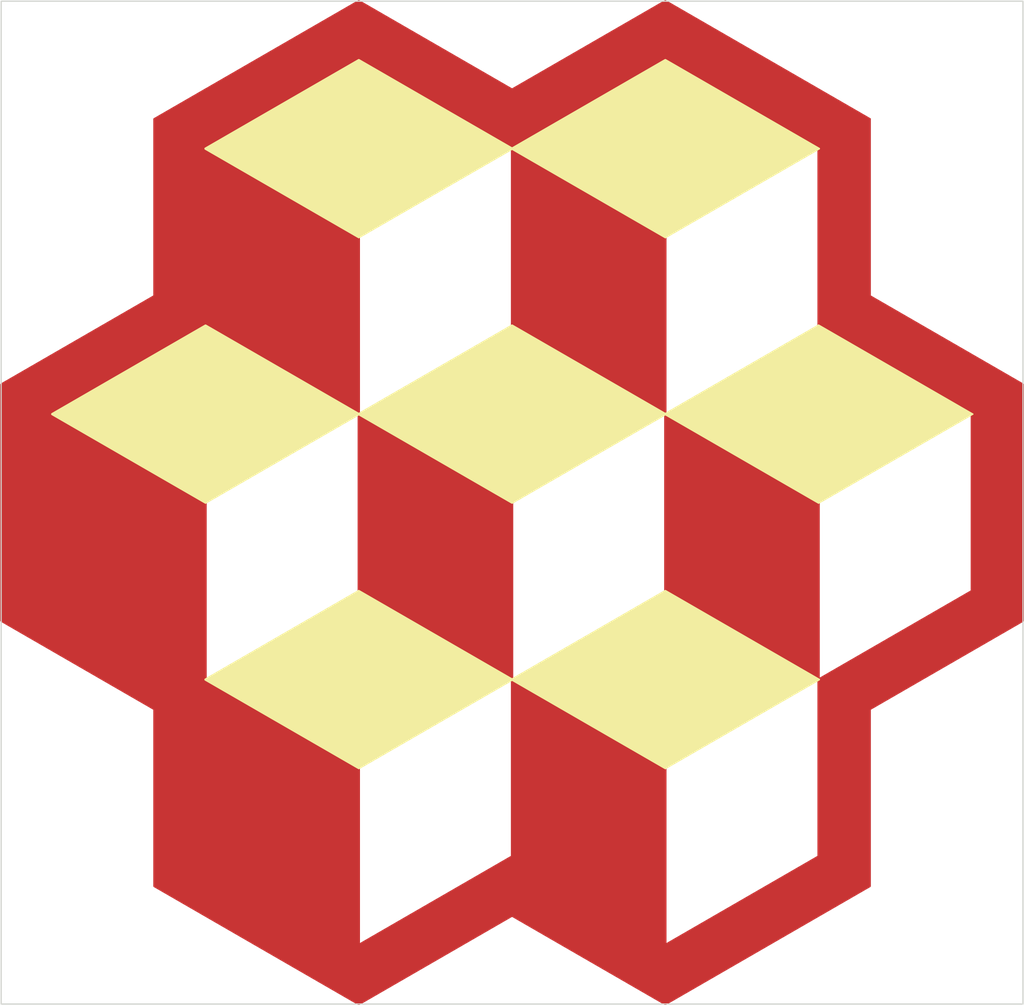
<source format=kicad_pcb>
(kicad_pcb (version 20211014) (generator pcbnew)

  (general
    (thickness 1.6)
  )

  (paper "A4")
  (layers
    (0 "F.Cu" signal)
    (31 "B.Cu" signal)
    (32 "B.Adhes" user "B.Adhesive")
    (33 "F.Adhes" user "F.Adhesive")
    (34 "B.Paste" user)
    (35 "F.Paste" user)
    (36 "B.SilkS" user "B.Silkscreen")
    (37 "F.SilkS" user "F.Silkscreen")
    (38 "B.Mask" user)
    (39 "F.Mask" user)
    (40 "Dwgs.User" user "User.Drawings")
    (41 "Cmts.User" user "User.Comments")
    (42 "Eco1.User" user "User.Eco1")
    (43 "Eco2.User" user "User.Eco2")
    (44 "Edge.Cuts" user)
    (45 "Margin" user)
    (46 "B.CrtYd" user "B.Courtyard")
    (47 "F.CrtYd" user "F.Courtyard")
    (48 "B.Fab" user)
    (49 "F.Fab" user)
    (50 "User.1" user)
    (51 "User.2" user)
    (52 "User.3" user)
    (53 "User.4" user)
    (54 "User.5" user)
    (55 "User.6" user)
    (56 "User.7" user)
    (57 "User.8" user)
    (58 "User.9" user)
  )

  (setup
    (stackup
      (layer "F.SilkS" (type "Top Silk Screen"))
      (layer "F.Paste" (type "Top Solder Paste"))
      (layer "F.Mask" (type "Top Solder Mask") (thickness 0.01))
      (layer "F.Cu" (type "copper") (thickness 0.035))
      (layer "dielectric 1" (type "core") (thickness 1.51) (material "FR4") (epsilon_r 4.5) (loss_tangent 0.02))
      (layer "B.Cu" (type "copper") (thickness 0.035))
      (layer "B.Mask" (type "Bottom Solder Mask") (thickness 0.01))
      (layer "B.Paste" (type "Bottom Solder Paste"))
      (layer "B.SilkS" (type "Bottom Silk Screen"))
      (copper_finish "None")
      (dielectric_constraints no)
    )
    (pad_to_mask_clearance 0)
    (pcbplotparams
      (layerselection 0x00010fc_ffffffff)
      (disableapertmacros false)
      (usegerberextensions true)
      (usegerberattributes false)
      (usegerberadvancedattributes true)
      (creategerberjobfile true)
      (svguseinch false)
      (svgprecision 6)
      (excludeedgelayer true)
      (plotframeref false)
      (viasonmask false)
      (mode 1)
      (useauxorigin false)
      (hpglpennumber 1)
      (hpglpenspeed 20)
      (hpglpendiameter 15.000000)
      (dxfpolygonmode true)
      (dxfimperialunits true)
      (dxfusepcbnewfont true)
      (psnegative false)
      (psa4output false)
      (plotreference true)
      (plotvalue true)
      (plotinvisibletext false)
      (sketchpadsonfab false)
      (subtractmaskfromsilk true)
      (outputformat 1)
      (mirror false)
      (drillshape 0)
      (scaleselection 1)
      (outputdirectory "./gerber")
    )
  )

  (net 0 "")

  (gr_poly
    (pts
      (xy 133.640387 143.15)
      (xy 133.640387 158.15)
      (xy 120.64997 150.65)
      (xy 120.64997 135.65)
    ) (layer "F.Cu") (width 0.2) (fill solid) (tstamp 1c4c7a8e-d9eb-44bb-bf4c-2c0728fbbe28))
  (gr_poly
    (pts
      (xy 146.630743 120.649985)
      (xy 146.630743 135.65)
      (xy 133.640387 128.15)
      (xy 133.640387 113.149985)
    ) (layer "F.Cu") (width 0.2) (fill solid) (tstamp 2460d235-2c76-4e55-b43b-69ba996c31c9))
  (gr_poly
    (pts
      (xy 107.659613 143.15)
      (xy 107.659613 158.15)
      (xy 94.669226 150.65)
      (xy 94.669226 135.65)
    ) (layer "F.Cu") (width 0.2) (fill solid) (tstamp aad6a9d4-803c-48a9-8c48-ac14196e300b))
  (gr_poly
    (pts
      (xy 94.669226 120.649985)
      (xy 94.669226 135.65)
      (xy 81.678839 128.15)
      (xy 81.678839 113.149985)
    ) (layer "F.Cu") (width 0.2) (fill solid) (tstamp b5bf5be9-a2c1-4880-88ff-1b4774350ba6))
  (gr_poly
    (pts
      (xy 150.960852 88.150609)
      (xy 150.960852 103.150731)
      (xy 163.951269 110.650533)
      (xy 163.951269 130.650334)
      (xy 150.960852 138.150655)
      (xy 150.960852 153.150777)
      (xy 133.640448 163.150685)
      (xy 120.65003 155.650365)
      (xy 107.659613 163.150685)
      (xy 90.339209 153.150777)
      (xy 90.339209 138.150655)
      (xy 77.348791 130.65035)
      (xy 77.348791 128.150731)
      (xy 81.678777 128.150731)
      (xy 94.669195 135.650548)
      (xy 94.669195 150.650685)
      (xy 107.659613 158.150472)
      (xy 120.65003 150.650685)
      (xy 133.640448 158.150472)
      (xy 146.630865 150.650685)
      (xy 146.630865 135.650563)
      (xy 159.621282 128.150747)
      (xy 159.621282 113.15064)
      (xy 146.630865 105.650319)
      (xy 146.630865 90.650716)
      (xy 133.640448 83.150396)
      (xy 120.65003 90.650716)
      (xy 107.659613 83.150396)
      (xy 94.669195 90.650701)
      (xy 94.669195 105.650304)
      (xy 81.678777 113.150625)
      (xy 81.678777 128.150731)
      (xy 77.348791 128.150731)
      (xy 77.348791 110.650533)
      (xy 90.339209 103.150731)
      (xy 90.339209 88.150609)
      (xy 107.659613 78.150708)
      (xy 120.65003 85.65051)
      (xy 133.640448 78.150708)
    ) (layer "F.Cu") (width 0.2) (fill solid) (tstamp bcb7d24d-8ecc-4ccc-a7a1-44980a129611))
  (gr_poly
    (pts
      (xy 120.64997 120.649985)
      (xy 120.64997 135.65)
      (xy 107.659613 128.15)
      (xy 107.659613 113.149985)
    ) (layer "F.Cu") (width 0.2) (fill solid) (tstamp d961c26d-eca8-409d-86f2-dffc4abe8e72))
  (gr_poly
    (pts
      (xy 107.659613 98.149985)
      (xy 107.659613 113.149985)
      (xy 94.669226 105.649984)
      (xy 94.669226 90.649985)
    ) (layer "F.Cu") (width 0.2) (fill solid) (tstamp e0d8857f-7d08-453a-91e6-85bf9045eee8))
  (gr_poly
    (pts
      (xy 133.640387 98.149985)
      (xy 133.640387 113.149985)
      (xy 120.64997 105.649984)
      (xy 120.64997 90.649985)
    ) (layer "F.Cu") (width 0.2) (fill solid) (tstamp f59f8cd3-3172-460f-8d2a-93158a934337))
  (gr_line (start 90.33921 88.150472) (end 90.33921 88.150472) (layer "F.SilkS") (width 0.000701) (tstamp 070e24ea-220a-48fe-8203-862b162aeeda))
  (gr_line (start 150.961005 153.150472) (end 150.961005 153.150472) (layer "F.SilkS") (width 0.000701) (tstamp 27273788-3d5d-4ce4-bcdb-9a17d84c49d1))
  (gr_poly
    (pts
      (xy 133.640387 113.15)
      (xy 120.65 120.65)
      (xy 107.659613 113.15)
      (xy 120.65 105.65)
    ) (layer "F.SilkS") (width 0.2) (fill solid) (tstamp 328beb90-f791-4a9b-9895-c45ba1d55668))
  (gr_line (start 133.640479 78.150472) (end 133.640479 78.150472) (layer "F.SilkS") (width 0.000701) (tstamp 40433840-7921-4e37-8321-0809263f8f14))
  (gr_line (start 150.961005 138.150472) (end 150.961005 138.150472) (layer "F.SilkS") (width 0.000701) (tstamp 42802caa-57e0-4058-820e-933cf0c1e154))
  (gr_line (start 150.961005 103.150472) (end 150.961005 103.150472) (layer "F.SilkS") (width 0.000701) (tstamp 5808b911-b57a-4bf2-9d8b-31ecffd64d99))
  (gr_poly
    (pts
      (xy 107.659613 113.15)
      (xy 94.669226 120.65)
      (xy 81.67887 113.15)
      (xy 94.669226 105.65)
    ) (layer "F.SilkS") (width 0.2) (fill solid) (tstamp 5f1df1c3-0678-4696-ab8c-9b9563e89f8b))
  (gr_line (start 107.659705 78.150472) (end 107.659705 78.150472) (layer "F.SilkS") (width 0.000701) (tstamp 5f9ba868-781d-4ec6-b418-4727c7f00255))
  (gr_poly
    (pts
      (xy 120.65 135.65)
      (xy 107.659643 143.15)
      (xy 94.669226 135.65)
      (xy 107.659643 128.15)
    ) (layer "F.SilkS") (width 0.2) (fill solid) (tstamp 6bd22f4a-12d0-41c6-bc4f-374fd2ce9336))
  (gr_line (start 133.64051 163.150472) (end 133.64051 163.150472) (layer "F.SilkS") (width 0.000701) (tstamp 737b681c-41e3-41de-b441-86dac0966e1f))
  (gr_poly
    (pts
      (xy 146.630774 135.65)
      (xy 133.640387 143.15)
      (xy 120.65 135.65)
      (xy 133.640387 128.15)
    ) (layer "F.SilkS") (width 0.2) (fill solid) (tstamp 82818090-e168-4d5b-8ee8-8d38e1c0e5bf))
  (gr_line (start 120.650123 155.650472) (end 120.650123 155.650472) (layer "F.SilkS") (width 0.000701) (tstamp 8862e589-691d-473e-9784-4fe4aa8ba39c))
  (gr_poly
    (pts
      (xy 120.65 90.65)
      (xy 107.659643 98.15)
      (xy 94.669226 90.65)
      (xy 107.659643 83.15)
    ) (layer "F.SilkS") (width 0.2) (fill solid) (tstamp 903306bc-20ed-4c9b-abad-11a39be1d18d))
  (gr_line (start 107.659736 163.150472) (end 107.659736 163.150472) (layer "F.SilkS") (width 0.000701) (tstamp 97d15d72-5d42-4474-b0c4-ec621a7686ca))
  (gr_line (start 90.33924 153.150472) (end 90.33924 153.150472) (layer "F.SilkS") (width 0.000701) (tstamp 9f4c0f7d-8a22-4fdd-bb07-4dd96cff2993))
  (gr_poly
    (pts
      (xy 146.630774 90.65)
      (xy 133.640387 98.15)
      (xy 120.65 90.65)
      (xy 133.640387 83.15)
    ) (layer "F.SilkS") (width 0.2) (fill solid) (tstamp ad690353-077b-45e0-a390-bb9ea564bdfb))
  (gr_line (start 77.348853 130.650472) (end 77.348853 130.650472) (layer "F.SilkS") (width 0.000701) (tstamp af239b63-8ad7-40ce-86c9-feeb2a75ad9c))
  (gr_line (start 163.951392 110.650472) (end 163.951392 110.650472) (layer "F.SilkS") (width 0.000701) (tstamp bffe56e5-50cd-4299-8cf7-c39cfa585a76))
  (gr_line (start 120.650092 85.650472) (end 120.650092 85.650472) (layer "F.SilkS") (width 0.000701) (tstamp d6a62ab9-6965-42cd-837a-aed78739a61b))
  (gr_line (start 90.33924 138.150472) (end 90.33924 138.150472) (layer "F.SilkS") (width 0.000701) (tstamp e1279c23-f6df-4099-9797-d601d9dfd4b3))
  (gr_line (start 150.961005 88.150472) (end 150.961005 88.150472) (layer "F.SilkS") (width 0.000701) (tstamp e308210f-19b3-4287-8473-e2a2c33e5261))
  (gr_line (start 163.951392 130.650472) (end 163.951392 130.650472) (layer "F.SilkS") (width 0.000701) (tstamp e5d563d9-9a64-44a2-84e9-c914114c4939))
  (gr_poly
    (pts
      (xy 159.62113 113.15)
      (xy 146.630774 120.65)
      (xy 133.640387 113.15)
      (xy 146.630774 105.65)
    ) (layer "F.SilkS") (width 0.2) (fill solid) (tstamp eb78081f-5d78-45fe-bfbc-67993ca2b12b))
  (gr_line (start 77.348853 110.650472) (end 77.348853 110.650472) (layer "F.SilkS") (width 0.000701) (tstamp ee85a75f-f69d-4ceb-a8c7-2f1d305a59a8))
  (gr_poly
    (pts
      (xy 146.630743 120.649985)
      (xy 146.630743 135.65)
      (xy 133.640387 128.15)
      (xy 133.640387 113.149985)
    ) (layer "F.Mask") (width 0.2) (fill solid) (tstamp 0fca86ae-7a4e-4efc-aa91-b824d2d57003))
  (gr_poly
    (pts
      (xy 133.640387 143.15)
      (xy 133.640387 158.15)
      (xy 120.64997 150.65)
      (xy 120.64997 135.65)
    ) (layer "F.Mask") (width 0.2) (fill solid) (tstamp 16cd1b82-6ed9-4081-96a9-affbee1919ee))
  (gr_poly
    (pts
      (xy 107.659613 98.149985)
      (xy 107.659613 113.149985)
      (xy 94.669226 105.649984)
      (xy 94.669226 90.649985)
    ) (layer "F.Mask") (width 0.2) (fill solid) (tstamp 20484018-8900-4d09-8b97-272a7490aee9))
  (gr_poly
    (pts
      (xy 107.659613 128.15)
      (xy 94.669257 135.65)
      (xy 94.669257 120.65)
      (xy 107.659613 113.15)
    ) (layer "F.Mask") (width 0.2) (fill solid) (tstamp 2149c7a5-b4b6-4a47-aeeb-e3fdb854477d))
  (gr_poly
    (pts
      (xy 120.65 105.649999)
      (xy 107.659613 113.15)
      (xy 107.659613 98.15)
      (xy 120.65 90.65)
    ) (layer "F.Mask") (width 0.2) (fill solid) (tstamp 3679b70a-c0f9-4a87-bcf1-31dad64a34cc))
  (gr_poly
    (pts
      (xy 159.621161 128.15)
      (xy 146.630774 135.65)
      (xy 146.630774 120.65)
      (xy 159.621161 113.15)
    ) (layer "F.Mask") (width 0.2) (fill solid) (tstamp 51a7453e-5942-4114-b93c-24fffffcf2da))
  (gr_poly
    (pts
      (xy 94.669226 120.649985)
      (xy 94.669226 135.65)
      (xy 81.678839 128.15)
      (xy 81.678839 113.149985)
    ) (layer "F.Mask") (width 0.2) (fill solid) (tstamp 624b9aa4-fcfc-4b13-9e9a-c52ec7aacc08))
  (gr_poly
    (pts
      (xy 107.659613 143.15)
      (xy 107.659613 158.15)
      (xy 94.669226 150.65)
      (xy 94.669226 135.65)
    ) (layer "F.Mask") (width 0.2) (fill solid) (tstamp 727aa848-4ab7-405e-a426-c0f0c1818f59))
  (gr_poly
    (pts
      (xy 133.640387 128.15)
      (xy 120.65 135.65)
      (xy 120.65 120.65)
      (xy 133.640387 113.15)
    ) (layer "F.Mask") (width 0.2) (fill solid) (tstamp 88c6edea-6253-49d0-b86f-66c43980d0b9))
  (gr_poly
    (pts
      (xy 146.630774 105.649999)
      (xy 133.640387 113.15)
      (xy 133.640387 98.15)
      (xy 146.630774 90.65)
    ) (layer "F.Mask") (width 0.2) (fill solid) (tstamp 9d515012-a630-43b4-a2d2-6b6501148d8a))
  (gr_poly
    (pts
      (xy 146.630774 150.650015)
      (xy 133.640387 158.150015)
      (xy 133.640387 143.150015)
      (xy 146.630774 135.65)
    ) (layer "F.Mask") (width 0.2) (fill solid) (tstamp ab42073c-22ba-4c65-8b20-f0ee5043fa6d))
  (gr_poly
    (pts
      (xy 120.64997 120.649985)
      (xy 120.64997 135.65)
      (xy 107.659613 128.15)
      (xy 107.659613 113.149985)
    ) (layer "F.Mask") (width 0.2) (fill solid) (tstamp afabd55d-fcf5-4532-b986-e54375f86877))
  (gr_poly
    (pts
      (xy 133.640387 98.149985)
      (xy 133.640387 113.149985)
      (xy 120.64997 105.649984)
      (xy 120.64997 90.649985)
    ) (layer "F.Mask") (width 0.2) (fill solid) (tstamp d045a5c7-8955-4f68-8408-165e0e1f6413))
  (gr_poly
    (pts
      (xy 120.65 150.650015)
      (xy 107.659613 158.150015)
      (xy 107.659613 143.150015)
      (xy 120.65 135.65)
    ) (layer "F.Mask") (width 0.2) (fill solid) (tstamp ebef7746-6a9f-4967-8a20-44b7121089e9))
  (gr_line (start 90.33924 153.150472) (end 90.33924 138.150472) (layer "Edge.Cuts") (width 0.000701) (tstamp 06d109a1-0298-46d6-b35d-abfc222b4cb1))
  (gr_line (start 107.659736 163.150472) (end 90.33924 153.150472) (layer "Edge.Cuts") (width 0.000701) (tstamp 2915f6f9-4efd-45d8-a840-6d7f61cb7f5c))
  (gr_line (start 133.64051 163.150472) (end 120.650123 155.650472) (layer "Edge.Cuts") (width 0.000701) (tstamp 2a1f1ebb-4567-463b-aaf1-68f46c547a3a))
  (gr_line (start 163.951392 130.650472) (end 150.961005 138.150472) (layer "Edge.Cuts") (width 0.000701) (tstamp 3210c228-bdae-4704-8b85-ebe3a04fdfba))
  (gr_line (start 77.348853 110.650472) (end 90.33921 103.150472) (layer "Edge.Cuts") (width 0.000701) (tstamp 35b2852c-0726-4cbc-adf5-904912bec314))
  (gr_line (start 90.33921 103.150472) (end 90.33921 88.150472) (layer "Edge.Cuts") (width 0.000701) (tstamp 4075e761-f300-4c80-978c-b9ada572446e))
  (gr_line (start 120.650092 85.650472) (end 133.640479 78.150472) (layer "Edge.Cuts") (width 0.000701) (tstamp 4d4578b3-5dc0-4553-827a-dd10be70ab88))
  (gr_line (start 150.961005 153.150472) (end 133.64051 163.150472) (layer "Edge.Cuts") (width 0.000701) (tstamp 55427616-cee9-45e7-85a2-a28119a667b4))
  (gr_line (start 163.951392 110.650472) (end 163.951392 130.650472) (layer "Edge.Cuts") (width 0.000701) (tstamp 56cfeb5a-8546-4054-95a5-b76f47457ada))
  (gr_line (start 90.33924 138.150472) (end 77.348853 130.650472) (layer "Edge.Cuts") (width 0.000701) (tstamp 5a7ea0a4-e4a2-42c3-b540-b231f5c07789))
  (gr_rect (start 77.348853 78.150472) (end 163.951392 163.150472) (layer "Edge.Cuts") (width 0.1) (fill none) (tstamp 8157d0c3-4115-4fef-882d-18ff9f3b1e49))
  (gr_line (start 120.650123 155.650472) (end 107.659736 163.150472) (layer "Edge.Cuts") (width 0.000701) (tstamp 948896df-763d-439e-aaa8-8b908b332d2a))
  (gr_line (start 90.33921 88.150472) (end 107.659705 78.150472) (layer "Edge.Cuts") (width 0.000701) (tstamp a88db7e8-8fe1-4231-b468-63a089a1de6c))
  (gr_line (start 107.659705 78.150472) (end 120.650092 85.650472) (layer "Edge.Cuts") (width 0.000701) (tstamp b7a58df0-6305-4685-8c83-b2b9be9b91f9))
  (gr_line (start 150.961005 138.150472) (end 150.961005 153.150472) (layer "Edge.Cuts") (width 0.000701) (tstamp ba3387cc-32bd-4296-9a5c-55bc09ca0154))
  (gr_line (start 150.961005 88.150472) (end 150.961005 103.150472) (layer "Edge.Cuts") (width 0.000701) (tstamp be2864c0-8159-4fff-8c37-51bb8499727c))
  (gr_line (start 133.640479 78.150472) (end 150.961005 88.150472) (layer "Edge.Cuts") (width 0.000701) (tstamp c2f26a15-4e55-487c-af87-4ecdfa2bf2bf))
  (gr_line (start 77.348853 130.650472) (end 77.348853 110.650472) (layer "Edge.Cuts") (width 0.000701) (tstamp d8329149-7964-488d-8817-f9c407aece81))
  (gr_line (start 150.961005 103.150472) (end 163.951392 110.650472) (layer "Edge.Cuts") (width 0.000701) (tstamp fbbd380b-e209-4422-a209-597c730104d2))

  (group "" (id 0293c64d-258d-417b-8c4c-df5bec9d92d9)
    (members
      06d109a1-0298-46d6-b35d-abfc222b4cb1
      070e24ea-220a-48fe-8203-862b162aeeda
      27273788-3d5d-4ce4-bcdb-9a17d84c49d1
      2915f6f9-4efd-45d8-a840-6d7f61cb7f5c
      2a1f1ebb-4567-463b-aaf1-68f46c547a3a
      3210c228-bdae-4704-8b85-ebe3a04fdfba
      35b2852c-0726-4cbc-adf5-904912bec314
      40433840-7921-4e37-8321-0809263f8f14
      4075e761-f300-4c80-978c-b9ada572446e
      42802caa-57e0-4058-820e-933cf0c1e154
      4d4578b3-5dc0-4553-827a-dd10be70ab88
      55427616-cee9-45e7-85a2-a28119a667b4
      56cfeb5a-8546-4054-95a5-b76f47457ada
      5808b911-b57a-4bf2-9d8b-31ecffd64d99
      5a7ea0a4-e4a2-42c3-b540-b231f5c07789
      5f9ba868-781d-4ec6-b418-4727c7f00255
      737b681c-41e3-41de-b441-86dac0966e1f
      8862e589-691d-473e-9784-4fe4aa8ba39c
      948896df-763d-439e-aaa8-8b908b332d2a
      97d15d72-5d42-4474-b0c4-ec621a7686ca
      9f4c0f7d-8a22-4fdd-bb07-4dd96cff2993
      a88db7e8-8fe1-4231-b468-63a089a1de6c
      af239b63-8ad7-40ce-86c9-feeb2a75ad9c
      b7a58df0-6305-4685-8c83-b2b9be9b91f9
      ba3387cc-32bd-4296-9a5c-55bc09ca0154
      be2864c0-8159-4fff-8c37-51bb8499727c
      bffe56e5-50cd-4299-8cf7-c39cfa585a76
      c2f26a15-4e55-487c-af87-4ecdfa2bf2bf
      d6a62ab9-6965-42cd-837a-aed78739a61b
      d8329149-7964-488d-8817-f9c407aece81
      e1279c23-f6df-4099-9797-d601d9dfd4b3
      e308210f-19b3-4287-8473-e2a2c33e5261
      e5d563d9-9a64-44a2-84e9-c914114c4939
      ee85a75f-f69d-4ceb-a8c7-2f1d305a59a8
      fbbd380b-e209-4422-a209-597c730104d2
    )
  )
  (group "" (id 21fe10be-3cf8-4db7-acda-bb2c13241b2a)
    (members
      2149c7a5-b4b6-4a47-aeeb-e3fdb854477d
      3679b70a-c0f9-4a87-bcf1-31dad64a34cc
      51a7453e-5942-4114-b93c-24fffffcf2da
      88c6edea-6253-49d0-b86f-66c43980d0b9
      9d515012-a630-43b4-a2d2-6b6501148d8a
      ab42073c-22ba-4c65-8b20-f0ee5043fa6d
      ebef7746-6a9f-4967-8a20-44b7121089e9
    )
  )
  (group "" (id 5c1de170-b660-4253-9956-8899bf0d8be4)
    (members
      328beb90-f791-4a9b-9895-c45ba1d55668
      5f1df1c3-0678-4696-ab8c-9b9563e89f8b
      6bd22f4a-12d0-41c6-bc4f-374fd2ce9336
      82818090-e168-4d5b-8ee8-8d38e1c0e5bf
      903306bc-20ed-4c9b-abad-11a39be1d18d
      ad690353-077b-45e0-a390-bb9ea564bdfb
      eb78081f-5d78-45fe-bfbc-67993ca2b12b
    )
  )
  (group "" (id 65fe598d-f6eb-4da3-9081-b41e5e1e5ce4)
    (members
      0fca86ae-7a4e-4efc-aa91-b824d2d57003
      16cd1b82-6ed9-4081-96a9-affbee1919ee
      20484018-8900-4d09-8b97-272a7490aee9
      624b9aa4-fcfc-4b13-9e9a-c52ec7aacc08
      727aa848-4ab7-405e-a426-c0f0c1818f59
      afabd55d-fcf5-4532-b986-e54375f86877
      d045a5c7-8955-4f68-8408-165e0e1f6413
    )
  )
  (group "" (id 854e2cfa-dd14-42c7-a698-541c81454216)
    (members
      1c4c7a8e-d9eb-44bb-bf4c-2c0728fbbe28
      2460d235-2c76-4e55-b43b-69ba996c31c9
      aad6a9d4-803c-48a9-8c48-ac14196e300b
      b5bf5be9-a2c1-4880-88ff-1b4774350ba6
      d961c26d-eca8-409d-86f2-dffc4abe8e72
      e0d8857f-7d08-453a-91e6-85bf9045eee8
      f59f8cd3-3172-460f-8d2a-93158a934337
    )
  )
)

</source>
